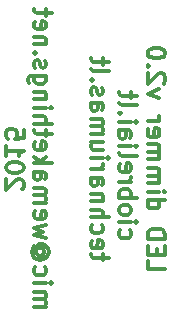
<source format=gbr>
G04 #@! TF.FileFunction,Legend,Bot*
%FSLAX46Y46*%
G04 Gerber Fmt 4.6, Leading zero omitted, Abs format (unit mm)*
G04 Created by KiCad (PCBNEW (2015-09-30 BZR 6232)-product) date Tue 06 Oct 2015 09:20:13 AM EEST*
%MOMM*%
G01*
G04 APERTURE LIST*
%ADD10C,0.100000*%
%ADD11C,0.300000*%
%ADD12O,2.000000X1.500000*%
%ADD13C,3.500000*%
%ADD14C,1.500000*%
%ADD15C,0.900000*%
%ADD16C,0.254000*%
G04 APERTURE END LIST*
D10*
D11*
X155571429Y-93857142D02*
X155571429Y-94571428D01*
X157071429Y-94571428D01*
X156357143Y-93357142D02*
X156357143Y-92857142D01*
X155571429Y-92642856D02*
X155571429Y-93357142D01*
X157071429Y-93357142D01*
X157071429Y-92642856D01*
X155571429Y-91999999D02*
X157071429Y-91999999D01*
X157071429Y-91642856D01*
X157000000Y-91428571D01*
X156857143Y-91285713D01*
X156714286Y-91214285D01*
X156428571Y-91142856D01*
X156214286Y-91142856D01*
X155928571Y-91214285D01*
X155785714Y-91285713D01*
X155642857Y-91428571D01*
X155571429Y-91642856D01*
X155571429Y-91999999D01*
X155571429Y-88714285D02*
X157071429Y-88714285D01*
X155642857Y-88714285D02*
X155571429Y-88857142D01*
X155571429Y-89142856D01*
X155642857Y-89285714D01*
X155714286Y-89357142D01*
X155857143Y-89428571D01*
X156285714Y-89428571D01*
X156428571Y-89357142D01*
X156500000Y-89285714D01*
X156571429Y-89142856D01*
X156571429Y-88857142D01*
X156500000Y-88714285D01*
X155571429Y-87999999D02*
X156571429Y-87999999D01*
X157071429Y-87999999D02*
X157000000Y-88071428D01*
X156928571Y-87999999D01*
X157000000Y-87928571D01*
X157071429Y-87999999D01*
X156928571Y-87999999D01*
X155571429Y-87285713D02*
X156571429Y-87285713D01*
X156428571Y-87285713D02*
X156500000Y-87214285D01*
X156571429Y-87071427D01*
X156571429Y-86857142D01*
X156500000Y-86714285D01*
X156357143Y-86642856D01*
X155571429Y-86642856D01*
X156357143Y-86642856D02*
X156500000Y-86571427D01*
X156571429Y-86428570D01*
X156571429Y-86214285D01*
X156500000Y-86071427D01*
X156357143Y-85999999D01*
X155571429Y-85999999D01*
X155571429Y-85285713D02*
X156571429Y-85285713D01*
X156428571Y-85285713D02*
X156500000Y-85214285D01*
X156571429Y-85071427D01*
X156571429Y-84857142D01*
X156500000Y-84714285D01*
X156357143Y-84642856D01*
X155571429Y-84642856D01*
X156357143Y-84642856D02*
X156500000Y-84571427D01*
X156571429Y-84428570D01*
X156571429Y-84214285D01*
X156500000Y-84071427D01*
X156357143Y-83999999D01*
X155571429Y-83999999D01*
X155642857Y-82714285D02*
X155571429Y-82857142D01*
X155571429Y-83142856D01*
X155642857Y-83285713D01*
X155785714Y-83357142D01*
X156357143Y-83357142D01*
X156500000Y-83285713D01*
X156571429Y-83142856D01*
X156571429Y-82857142D01*
X156500000Y-82714285D01*
X156357143Y-82642856D01*
X156214286Y-82642856D01*
X156071429Y-83357142D01*
X155571429Y-81999999D02*
X156571429Y-81999999D01*
X156285714Y-81999999D02*
X156428571Y-81928571D01*
X156500000Y-81857142D01*
X156571429Y-81714285D01*
X156571429Y-81571428D01*
X156571429Y-80071428D02*
X155571429Y-79714285D01*
X156571429Y-79357143D01*
X156928571Y-78857143D02*
X157000000Y-78785714D01*
X157071429Y-78642857D01*
X157071429Y-78285714D01*
X157000000Y-78142857D01*
X156928571Y-78071428D01*
X156785714Y-78000000D01*
X156642857Y-78000000D01*
X156428571Y-78071428D01*
X155571429Y-78928571D01*
X155571429Y-78000000D01*
X155714286Y-77357143D02*
X155642857Y-77285715D01*
X155571429Y-77357143D01*
X155642857Y-77428572D01*
X155714286Y-77357143D01*
X155571429Y-77357143D01*
X157071429Y-76357143D02*
X157071429Y-76214286D01*
X157000000Y-76071429D01*
X156928571Y-76000000D01*
X156785714Y-75928571D01*
X156500000Y-75857143D01*
X156142857Y-75857143D01*
X155857143Y-75928571D01*
X155714286Y-76000000D01*
X155642857Y-76071429D01*
X155571429Y-76214286D01*
X155571429Y-76357143D01*
X155642857Y-76500000D01*
X155714286Y-76571429D01*
X155857143Y-76642857D01*
X156142857Y-76714286D01*
X156500000Y-76714286D01*
X156785714Y-76642857D01*
X156928571Y-76571429D01*
X157000000Y-76500000D01*
X157071429Y-76357143D01*
X153242857Y-91250000D02*
X153171429Y-91392857D01*
X153171429Y-91678571D01*
X153242857Y-91821429D01*
X153314286Y-91892857D01*
X153457143Y-91964286D01*
X153885714Y-91964286D01*
X154028571Y-91892857D01*
X154100000Y-91821429D01*
X154171429Y-91678571D01*
X154171429Y-91392857D01*
X154100000Y-91250000D01*
X153171429Y-90607143D02*
X154171429Y-90607143D01*
X154671429Y-90607143D02*
X154600000Y-90678572D01*
X154528571Y-90607143D01*
X154600000Y-90535715D01*
X154671429Y-90607143D01*
X154528571Y-90607143D01*
X153171429Y-89678571D02*
X153242857Y-89821429D01*
X153314286Y-89892857D01*
X153457143Y-89964286D01*
X153885714Y-89964286D01*
X154028571Y-89892857D01*
X154100000Y-89821429D01*
X154171429Y-89678571D01*
X154171429Y-89464286D01*
X154100000Y-89321429D01*
X154028571Y-89250000D01*
X153885714Y-89178571D01*
X153457143Y-89178571D01*
X153314286Y-89250000D01*
X153242857Y-89321429D01*
X153171429Y-89464286D01*
X153171429Y-89678571D01*
X153171429Y-88535714D02*
X154671429Y-88535714D01*
X154100000Y-88535714D02*
X154171429Y-88392857D01*
X154171429Y-88107143D01*
X154100000Y-87964286D01*
X154028571Y-87892857D01*
X153885714Y-87821428D01*
X153457143Y-87821428D01*
X153314286Y-87892857D01*
X153242857Y-87964286D01*
X153171429Y-88107143D01*
X153171429Y-88392857D01*
X153242857Y-88535714D01*
X153171429Y-87178571D02*
X154171429Y-87178571D01*
X153885714Y-87178571D02*
X154028571Y-87107143D01*
X154100000Y-87035714D01*
X154171429Y-86892857D01*
X154171429Y-86750000D01*
X153242857Y-85678572D02*
X153171429Y-85821429D01*
X153171429Y-86107143D01*
X153242857Y-86250000D01*
X153385714Y-86321429D01*
X153957143Y-86321429D01*
X154100000Y-86250000D01*
X154171429Y-86107143D01*
X154171429Y-85821429D01*
X154100000Y-85678572D01*
X153957143Y-85607143D01*
X153814286Y-85607143D01*
X153671429Y-86321429D01*
X153171429Y-84750000D02*
X153242857Y-84892858D01*
X153385714Y-84964286D01*
X154671429Y-84964286D01*
X153171429Y-84178572D02*
X154171429Y-84178572D01*
X154671429Y-84178572D02*
X154600000Y-84250001D01*
X154528571Y-84178572D01*
X154600000Y-84107144D01*
X154671429Y-84178572D01*
X154528571Y-84178572D01*
X153171429Y-82821429D02*
X153957143Y-82821429D01*
X154100000Y-82892858D01*
X154171429Y-83035715D01*
X154171429Y-83321429D01*
X154100000Y-83464286D01*
X153242857Y-82821429D02*
X153171429Y-82964286D01*
X153171429Y-83321429D01*
X153242857Y-83464286D01*
X153385714Y-83535715D01*
X153528571Y-83535715D01*
X153671429Y-83464286D01*
X153742857Y-83321429D01*
X153742857Y-82964286D01*
X153814286Y-82821429D01*
X153171429Y-82107143D02*
X154171429Y-82107143D01*
X154671429Y-82107143D02*
X154600000Y-82178572D01*
X154528571Y-82107143D01*
X154600000Y-82035715D01*
X154671429Y-82107143D01*
X154528571Y-82107143D01*
X153314286Y-81392857D02*
X153242857Y-81321429D01*
X153171429Y-81392857D01*
X153242857Y-81464286D01*
X153314286Y-81392857D01*
X153171429Y-81392857D01*
X153171429Y-80464285D02*
X153242857Y-80607143D01*
X153385714Y-80678571D01*
X154671429Y-80678571D01*
X154171429Y-80107143D02*
X154171429Y-79535714D01*
X154671429Y-79892857D02*
X153385714Y-79892857D01*
X153242857Y-79821429D01*
X153171429Y-79678571D01*
X153171429Y-79535714D01*
X151771429Y-93821429D02*
X151771429Y-93250000D01*
X152271429Y-93607143D02*
X150985714Y-93607143D01*
X150842857Y-93535715D01*
X150771429Y-93392857D01*
X150771429Y-93250000D01*
X150842857Y-92178572D02*
X150771429Y-92321429D01*
X150771429Y-92607143D01*
X150842857Y-92750000D01*
X150985714Y-92821429D01*
X151557143Y-92821429D01*
X151700000Y-92750000D01*
X151771429Y-92607143D01*
X151771429Y-92321429D01*
X151700000Y-92178572D01*
X151557143Y-92107143D01*
X151414286Y-92107143D01*
X151271429Y-92821429D01*
X150842857Y-90821429D02*
X150771429Y-90964286D01*
X150771429Y-91250000D01*
X150842857Y-91392858D01*
X150914286Y-91464286D01*
X151057143Y-91535715D01*
X151485714Y-91535715D01*
X151628571Y-91464286D01*
X151700000Y-91392858D01*
X151771429Y-91250000D01*
X151771429Y-90964286D01*
X151700000Y-90821429D01*
X150771429Y-90178572D02*
X152271429Y-90178572D01*
X150771429Y-89535715D02*
X151557143Y-89535715D01*
X151700000Y-89607144D01*
X151771429Y-89750001D01*
X151771429Y-89964286D01*
X151700000Y-90107144D01*
X151628571Y-90178572D01*
X151771429Y-88821429D02*
X150771429Y-88821429D01*
X151628571Y-88821429D02*
X151700000Y-88750001D01*
X151771429Y-88607143D01*
X151771429Y-88392858D01*
X151700000Y-88250001D01*
X151557143Y-88178572D01*
X150771429Y-88178572D01*
X150771429Y-86821429D02*
X151557143Y-86821429D01*
X151700000Y-86892858D01*
X151771429Y-87035715D01*
X151771429Y-87321429D01*
X151700000Y-87464286D01*
X150842857Y-86821429D02*
X150771429Y-86964286D01*
X150771429Y-87321429D01*
X150842857Y-87464286D01*
X150985714Y-87535715D01*
X151128571Y-87535715D01*
X151271429Y-87464286D01*
X151342857Y-87321429D01*
X151342857Y-86964286D01*
X151414286Y-86821429D01*
X150771429Y-86107143D02*
X151771429Y-86107143D01*
X151485714Y-86107143D02*
X151628571Y-86035715D01*
X151700000Y-85964286D01*
X151771429Y-85821429D01*
X151771429Y-85678572D01*
X150771429Y-85178572D02*
X151771429Y-85178572D01*
X152271429Y-85178572D02*
X152200000Y-85250001D01*
X152128571Y-85178572D01*
X152200000Y-85107144D01*
X152271429Y-85178572D01*
X152128571Y-85178572D01*
X151771429Y-83821429D02*
X150771429Y-83821429D01*
X151771429Y-84464286D02*
X150985714Y-84464286D01*
X150842857Y-84392858D01*
X150771429Y-84250000D01*
X150771429Y-84035715D01*
X150842857Y-83892858D01*
X150914286Y-83821429D01*
X150771429Y-83107143D02*
X151771429Y-83107143D01*
X151628571Y-83107143D02*
X151700000Y-83035715D01*
X151771429Y-82892857D01*
X151771429Y-82678572D01*
X151700000Y-82535715D01*
X151557143Y-82464286D01*
X150771429Y-82464286D01*
X151557143Y-82464286D02*
X151700000Y-82392857D01*
X151771429Y-82250000D01*
X151771429Y-82035715D01*
X151700000Y-81892857D01*
X151557143Y-81821429D01*
X150771429Y-81821429D01*
X150771429Y-80464286D02*
X151557143Y-80464286D01*
X151700000Y-80535715D01*
X151771429Y-80678572D01*
X151771429Y-80964286D01*
X151700000Y-81107143D01*
X150842857Y-80464286D02*
X150771429Y-80607143D01*
X150771429Y-80964286D01*
X150842857Y-81107143D01*
X150985714Y-81178572D01*
X151128571Y-81178572D01*
X151271429Y-81107143D01*
X151342857Y-80964286D01*
X151342857Y-80607143D01*
X151414286Y-80464286D01*
X150842857Y-79821429D02*
X150771429Y-79678572D01*
X150771429Y-79392857D01*
X150842857Y-79250000D01*
X150985714Y-79178572D01*
X151057143Y-79178572D01*
X151200000Y-79250000D01*
X151271429Y-79392857D01*
X151271429Y-79607143D01*
X151342857Y-79750000D01*
X151485714Y-79821429D01*
X151557143Y-79821429D01*
X151700000Y-79750000D01*
X151771429Y-79607143D01*
X151771429Y-79392857D01*
X151700000Y-79250000D01*
X150914286Y-78535714D02*
X150842857Y-78464286D01*
X150771429Y-78535714D01*
X150842857Y-78607143D01*
X150914286Y-78535714D01*
X150771429Y-78535714D01*
X150771429Y-77607142D02*
X150842857Y-77750000D01*
X150985714Y-77821428D01*
X152271429Y-77821428D01*
X151771429Y-77250000D02*
X151771429Y-76678571D01*
X152271429Y-77035714D02*
X150985714Y-77035714D01*
X150842857Y-76964286D01*
X150771429Y-76821428D01*
X150771429Y-76678571D01*
X145971429Y-97750000D02*
X146971429Y-97750000D01*
X146828571Y-97750000D02*
X146900000Y-97678572D01*
X146971429Y-97535714D01*
X146971429Y-97321429D01*
X146900000Y-97178572D01*
X146757143Y-97107143D01*
X145971429Y-97107143D01*
X146757143Y-97107143D02*
X146900000Y-97035714D01*
X146971429Y-96892857D01*
X146971429Y-96678572D01*
X146900000Y-96535714D01*
X146757143Y-96464286D01*
X145971429Y-96464286D01*
X145971429Y-95750000D02*
X146971429Y-95750000D01*
X147471429Y-95750000D02*
X147400000Y-95821429D01*
X147328571Y-95750000D01*
X147400000Y-95678572D01*
X147471429Y-95750000D01*
X147328571Y-95750000D01*
X146042857Y-94392857D02*
X145971429Y-94535714D01*
X145971429Y-94821428D01*
X146042857Y-94964286D01*
X146114286Y-95035714D01*
X146257143Y-95107143D01*
X146685714Y-95107143D01*
X146828571Y-95035714D01*
X146900000Y-94964286D01*
X146971429Y-94821428D01*
X146971429Y-94535714D01*
X146900000Y-94392857D01*
X146685714Y-92821429D02*
X146757143Y-92892857D01*
X146828571Y-93035714D01*
X146828571Y-93178572D01*
X146757143Y-93321429D01*
X146685714Y-93392857D01*
X146542857Y-93464286D01*
X146400000Y-93464286D01*
X146257143Y-93392857D01*
X146185714Y-93321429D01*
X146114286Y-93178572D01*
X146114286Y-93035714D01*
X146185714Y-92892857D01*
X146257143Y-92821429D01*
X146828571Y-92821429D02*
X146257143Y-92821429D01*
X146185714Y-92750000D01*
X146185714Y-92678572D01*
X146257143Y-92535714D01*
X146400000Y-92464286D01*
X146757143Y-92464286D01*
X146971429Y-92607143D01*
X147114286Y-92821429D01*
X147185714Y-93107143D01*
X147114286Y-93392857D01*
X146971429Y-93607143D01*
X146757143Y-93750000D01*
X146471429Y-93821429D01*
X146185714Y-93750000D01*
X145971429Y-93607143D01*
X145828571Y-93392857D01*
X145757143Y-93107143D01*
X145828571Y-92821429D01*
X145971429Y-92607143D01*
X146971429Y-91964286D02*
X145971429Y-91678572D01*
X146685714Y-91392858D01*
X145971429Y-91107143D01*
X146971429Y-90821429D01*
X146042857Y-89678572D02*
X145971429Y-89821429D01*
X145971429Y-90107143D01*
X146042857Y-90250000D01*
X146185714Y-90321429D01*
X146757143Y-90321429D01*
X146900000Y-90250000D01*
X146971429Y-90107143D01*
X146971429Y-89821429D01*
X146900000Y-89678572D01*
X146757143Y-89607143D01*
X146614286Y-89607143D01*
X146471429Y-90321429D01*
X145971429Y-88964286D02*
X146971429Y-88964286D01*
X146828571Y-88964286D02*
X146900000Y-88892858D01*
X146971429Y-88750000D01*
X146971429Y-88535715D01*
X146900000Y-88392858D01*
X146757143Y-88321429D01*
X145971429Y-88321429D01*
X146757143Y-88321429D02*
X146900000Y-88250000D01*
X146971429Y-88107143D01*
X146971429Y-87892858D01*
X146900000Y-87750000D01*
X146757143Y-87678572D01*
X145971429Y-87678572D01*
X145971429Y-86321429D02*
X146757143Y-86321429D01*
X146900000Y-86392858D01*
X146971429Y-86535715D01*
X146971429Y-86821429D01*
X146900000Y-86964286D01*
X146042857Y-86321429D02*
X145971429Y-86464286D01*
X145971429Y-86821429D01*
X146042857Y-86964286D01*
X146185714Y-87035715D01*
X146328571Y-87035715D01*
X146471429Y-86964286D01*
X146542857Y-86821429D01*
X146542857Y-86464286D01*
X146614286Y-86321429D01*
X145971429Y-85607143D02*
X147471429Y-85607143D01*
X146542857Y-85464286D02*
X145971429Y-85035715D01*
X146971429Y-85035715D02*
X146400000Y-85607143D01*
X146042857Y-83821429D02*
X145971429Y-83964286D01*
X145971429Y-84250000D01*
X146042857Y-84392857D01*
X146185714Y-84464286D01*
X146757143Y-84464286D01*
X146900000Y-84392857D01*
X146971429Y-84250000D01*
X146971429Y-83964286D01*
X146900000Y-83821429D01*
X146757143Y-83750000D01*
X146614286Y-83750000D01*
X146471429Y-84464286D01*
X146971429Y-83321429D02*
X146971429Y-82750000D01*
X147471429Y-83107143D02*
X146185714Y-83107143D01*
X146042857Y-83035715D01*
X145971429Y-82892857D01*
X145971429Y-82750000D01*
X145971429Y-82250000D02*
X147471429Y-82250000D01*
X145971429Y-81607143D02*
X146757143Y-81607143D01*
X146900000Y-81678572D01*
X146971429Y-81821429D01*
X146971429Y-82035714D01*
X146900000Y-82178572D01*
X146828571Y-82250000D01*
X145971429Y-80892857D02*
X146971429Y-80892857D01*
X147471429Y-80892857D02*
X147400000Y-80964286D01*
X147328571Y-80892857D01*
X147400000Y-80821429D01*
X147471429Y-80892857D01*
X147328571Y-80892857D01*
X146971429Y-80178571D02*
X145971429Y-80178571D01*
X146828571Y-80178571D02*
X146900000Y-80107143D01*
X146971429Y-79964285D01*
X146971429Y-79750000D01*
X146900000Y-79607143D01*
X146757143Y-79535714D01*
X145971429Y-79535714D01*
X146971429Y-78178571D02*
X145757143Y-78178571D01*
X145614286Y-78250000D01*
X145542857Y-78321428D01*
X145471429Y-78464285D01*
X145471429Y-78678571D01*
X145542857Y-78821428D01*
X146042857Y-78178571D02*
X145971429Y-78321428D01*
X145971429Y-78607142D01*
X146042857Y-78750000D01*
X146114286Y-78821428D01*
X146257143Y-78892857D01*
X146685714Y-78892857D01*
X146828571Y-78821428D01*
X146900000Y-78750000D01*
X146971429Y-78607142D01*
X146971429Y-78321428D01*
X146900000Y-78178571D01*
X146042857Y-77535714D02*
X145971429Y-77392857D01*
X145971429Y-77107142D01*
X146042857Y-76964285D01*
X146185714Y-76892857D01*
X146257143Y-76892857D01*
X146400000Y-76964285D01*
X146471429Y-77107142D01*
X146471429Y-77321428D01*
X146542857Y-77464285D01*
X146685714Y-77535714D01*
X146757143Y-77535714D01*
X146900000Y-77464285D01*
X146971429Y-77321428D01*
X146971429Y-77107142D01*
X146900000Y-76964285D01*
X146114286Y-76249999D02*
X146042857Y-76178571D01*
X145971429Y-76249999D01*
X146042857Y-76321428D01*
X146114286Y-76249999D01*
X145971429Y-76249999D01*
X146971429Y-75535713D02*
X145971429Y-75535713D01*
X146828571Y-75535713D02*
X146900000Y-75464285D01*
X146971429Y-75321427D01*
X146971429Y-75107142D01*
X146900000Y-74964285D01*
X146757143Y-74892856D01*
X145971429Y-74892856D01*
X146042857Y-73607142D02*
X145971429Y-73749999D01*
X145971429Y-74035713D01*
X146042857Y-74178570D01*
X146185714Y-74249999D01*
X146757143Y-74249999D01*
X146900000Y-74178570D01*
X146971429Y-74035713D01*
X146971429Y-73749999D01*
X146900000Y-73607142D01*
X146757143Y-73535713D01*
X146614286Y-73535713D01*
X146471429Y-74249999D01*
X146971429Y-73107142D02*
X146971429Y-72535713D01*
X147471429Y-72892856D02*
X146185714Y-72892856D01*
X146042857Y-72821428D01*
X145971429Y-72678570D01*
X145971429Y-72535713D01*
X144928571Y-87821428D02*
X145000000Y-87749999D01*
X145071429Y-87607142D01*
X145071429Y-87249999D01*
X145000000Y-87107142D01*
X144928571Y-87035713D01*
X144785714Y-86964285D01*
X144642857Y-86964285D01*
X144428571Y-87035713D01*
X143571429Y-87892856D01*
X143571429Y-86964285D01*
X145071429Y-86035714D02*
X145071429Y-85892857D01*
X145000000Y-85750000D01*
X144928571Y-85678571D01*
X144785714Y-85607142D01*
X144500000Y-85535714D01*
X144142857Y-85535714D01*
X143857143Y-85607142D01*
X143714286Y-85678571D01*
X143642857Y-85750000D01*
X143571429Y-85892857D01*
X143571429Y-86035714D01*
X143642857Y-86178571D01*
X143714286Y-86250000D01*
X143857143Y-86321428D01*
X144142857Y-86392857D01*
X144500000Y-86392857D01*
X144785714Y-86321428D01*
X144928571Y-86250000D01*
X145000000Y-86178571D01*
X145071429Y-86035714D01*
X143571429Y-84107143D02*
X143571429Y-84964286D01*
X143571429Y-84535714D02*
X145071429Y-84535714D01*
X144857143Y-84678571D01*
X144714286Y-84821429D01*
X144642857Y-84964286D01*
X145071429Y-82750000D02*
X145071429Y-83464286D01*
X144357143Y-83535715D01*
X144428571Y-83464286D01*
X144500000Y-83321429D01*
X144500000Y-82964286D01*
X144428571Y-82821429D01*
X144357143Y-82750000D01*
X144214286Y-82678572D01*
X143857143Y-82678572D01*
X143714286Y-82750000D01*
X143642857Y-82821429D01*
X143571429Y-82964286D01*
X143571429Y-83321429D01*
X143642857Y-83464286D01*
X143714286Y-83535715D01*
%LPC*%
D12*
X135100000Y-82700000D03*
X135100000Y-85200000D03*
X135100000Y-87700000D03*
D13*
X142100000Y-80400000D03*
X142100000Y-90000000D03*
D14*
X123750000Y-98650000D03*
X123750000Y-93650000D03*
D15*
X142250000Y-73250000D03*
X139250000Y-73250000D03*
D16*
G36*
X123873000Y-90623000D02*
X110127000Y-90623000D01*
X110127000Y-70127000D01*
X123873000Y-70127000D01*
X123873000Y-90623000D01*
X123873000Y-90623000D01*
G37*
X123873000Y-90623000D02*
X110127000Y-90623000D01*
X110127000Y-70127000D01*
X123873000Y-70127000D01*
X123873000Y-90623000D01*
M02*

</source>
